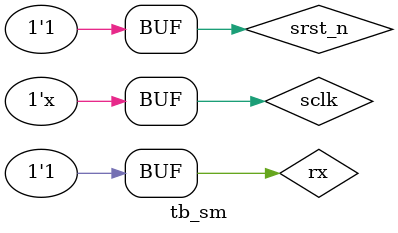
<source format=v>

`timescale 10ns / 10ns
module tb_sm ();
/////////////////////////////////////////////
// parameter and signals
/////////////////////////////////////////////
// parameter

// regs or wires
reg sclk = 0;
reg srst_n = 0;
/////////////////////////////////////////////
// main code
/////////////////////////////////////////////
// System clock
always #10 sclk = ~sclk;

//inital
initial begin
    #0
     srst_n = 0;
    #30
     srst_n = 1;
end
wire[3:0] state;

reg rx = 1;

initial begin
    #0 rx = 1;
    #43 rx = 0;

    #20 rx = 1;
    #20 rx = 0;
    #20 rx = 1;
end
// models
sm sm_inst(
       .clk(sclk),
       .rx(rx),
       .state(state)
   );

/////////////////////////////////////////////
// code end
/////////////////////////////////////////////
endmodule

</source>
